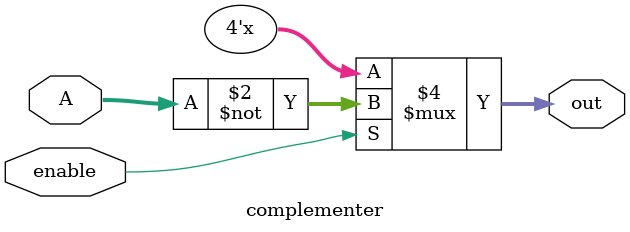
<source format=v>
`timescale 1ns / 1ps


module complementer (output reg [3:0] out, input [3:0] A, input enable);
always@(enable or A) 
begin
out = 4'bxxxx;
	if(enable)
		 out=~A;
end
endmodule

</source>
